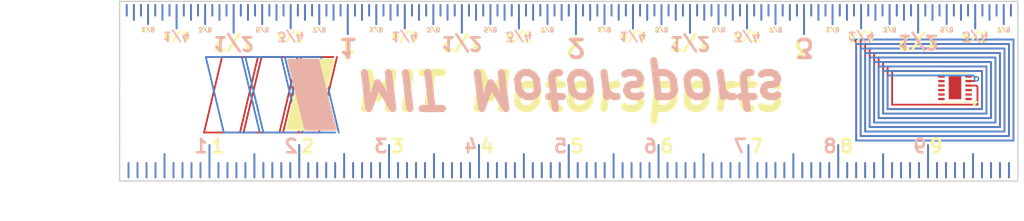
<source format=kicad_pcb>
(kicad_pcb (version 20240108) (generator "pcbnew") (generator_version "8.0")
  (layers (0 "F.Cu" signal) (31 "B.Cu" signal) (34 "B.Paste" user) (35 "F.Paste" user) (36 "B.SilkS" user "B.Silkscreen") (37 "F.SilkS" user "F.Silkscreen") (38 "B.Mask" user) (39 "F.Mask" user) (44 "Edge.Cuts" user))
  (net 0 "")
  (net 6 "Net-(U1-AC0)")
  (footprint "MountingHole:MountingHole_4.3mm_M4" (layer "F.Cu") (at 105 90)
    (property "Reference" "H1" (hide yes))
    (property "Value" "MountingHole")
  )
  (footprint "Package_DFN_QFN:ST_UFDFPN-12-1EP_3x3mm_P0.5mm_EP1.4x2.55mm" (layer "F.Cu") (at 193 89.625061 180)
    (property "Reference" "U1" (hide yes))
    (property "Value" "ST25DV04K-JFR6D3")
  )
  (gr_line (start 100 100) (end 100 100) (stroke (width 0.15)) (layer "Edge.Cuts"))
  (gr_line (start 100 89.5) (end 100 89.5) (stroke (width 0.15)) (layer "Edge.Cuts"))
  (gr_line (start 100 95) (end 100 95) (stroke (width 0.15)) (layer "Edge.Cuts"))
  (gr_line (start 100 100) (end 200 100) (stroke (width 0.15)) (layer "Edge.Cuts"))
  (gr_line (start 100 80) (end 200 80) (stroke (width 0.15)) (layer "Edge.Cuts"))
  (gr_line (start 100 80) (end 100 100) (stroke (width 0.15)) (layer "Edge.Cuts"))
  (gr_line (start 100 89.5) (end 100 89.5) (stroke (width 0.15)) (layer "Edge.Cuts"))
  (gr_line (start 200 80) (end 200 100) (stroke (width 0.15)) (layer "Edge.Cuts"))
  (gr_text "1" (at 124.28875 83.96875 180) (layer "B.SilkS") (effects (font (size 2 2) (thickness 0.4) (bold yes)) (justify left bottom mirror)))
  (gr_text "7/8" (at 121.43125 82.8575 180) (layer "B.SilkS") (effects (font (size 0.5 0.5) (thickness 0.1) (bold yes)) (justify left bottom mirror)))
  (gr_text "9" (at 190 97 -0) (layer "B.SilkS") (effects (font (size 1.5 1.5) (thickness 0.3) (bold yes)) (justify left bottom mirror)))
  (gr_text "3/4" (at 142.8625 83.33375 180) (layer "B.SilkS") (effects (font (size 1 1) (thickness 0.2) (bold yes)) (justify left bottom mirror)))
  (gr_text "1" (at 110 97 -0) (layer "B.SilkS") (effects (font (size 1.5 1.5) (thickness 0.3) (bold yes)) (justify left bottom mirror)))
  (gr_text "1/8" (at 127.78125 82.8575 180) (layer "B.SilkS") (effects (font (size 0.5 0.5) (thickness 0.1) (bold yes)) (justify left bottom mirror)))
  (gr_text "1/2" (at 161.11875 83.81 180) (layer "B.SilkS") (effects (font (size 1.5 1.5) (thickness 0.3) (bold yes)) (justify left bottom mirror)))
  (gr_text "7/8" (at 197.63125 82.8575 180) (layer "B.SilkS") (effects (font (size 0.5 0.5) (thickness 0.1) (bold yes)) (justify left bottom mirror)))
  (gr_text "5/8" (at 191.28125 82.8575 180) (layer "B.SilkS") (effects (font (size 0.5 0.5) (thickness 0.1) (bold yes)) (justify left bottom mirror)))
  (gr_text "3/4" (at 168.2625 83.33375 180) (layer "B.SilkS") (effects (font (size 1 1) (thickness 0.2) (bold yes)) (justify left bottom mirror)))
  (gr_text "1/2" (at 110.31875 83.81 180) (layer "B.SilkS") (effects (font (size 1.5 1.5) (thickness 0.3) (bold yes)) (justify left bottom mirror)))
  (gr_text "1/8" (at 102.38125 82.8575 180) (layer "B.SilkS") (effects (font (size 0.5 0.5) (thickness 0.1) (bold yes)) (justify left bottom mirror)))
  (gr_text "5/8" (at 115.08125 82.8575 180) (layer "B.SilkS") (effects (font (size 0.5 0.5) (thickness 0.1) (bold yes)) (justify left bottom mirror)))
  (gr_text "5/8" (at 165.88125 82.8575 180) (layer "B.SilkS") (effects (font (size 0.5 0.5) (thickness 0.1) (bold yes)) (justify left bottom mirror)))
  (gr_text "MIT Motorsports" (at 125.8 87.4 180) (layer "B.SilkS") (effects (font (size 4 4) (thickness 0.8) (bold yes) (italic yes)) (justify left bottom mirror)))
  (gr_text "7/8" (at 146.83125 82.8575 180) (layer "B.SilkS") (effects (font (size 0.5 0.5) (thickness 0.1) (bold yes)) (justify left bottom mirror)))
  (gr_text "1/8" (at 178.58125 82.8575 180) (layer "B.SilkS") (effects (font (size 0.5 0.5) (thickness 0.1) (bold yes)) (justify left bottom mirror)))
  (gr_text "1/2" (at 186.51875 83.65125 180) (layer "B.SilkS") (effects (font (size 1.5 1.5) (thickness 0.3) (bold yes)) (justify left bottom mirror)))
  (gr_text "1/4" (at 155.5625 83.33375 180) (layer "B.SilkS") (effects (font (size 1 1) (thickness 0.2) (bold yes)) (justify left bottom mirror)))
  (gr_text "5" (at 150 97 -0) (layer "B.SilkS") (effects (font (size 1.5 1.5) (thickness 0.3) (bold yes)) (justify left bottom mirror)))
  (gr_text "1/2" (at 135.71875 83.81 180) (layer "B.SilkS") (effects (font (size 1.5 1.5) (thickness 0.3) (bold yes)) (justify left bottom mirror)))
  (gr_text "7/8" (at 172.23125 82.8575 180) (layer "B.SilkS") (effects (font (size 0.5 0.5) (thickness 0.1) (bold yes)) (justify left bottom mirror)))
  (gr_text "3/8" (at 134.13125 82.8575 180) (layer "B.SilkS") (effects (font (size 0.5 0.5) (thickness 0.1) (bold yes)) (justify left bottom mirror)))
  (gr_text "3/8" (at 184.93125 82.8575 180) (layer "B.SilkS") (effects (font (size 0.5 0.5) (thickness 0.1) (bold yes)) (justify left bottom mirror)))
  (gr_text "3/4" (at 117.4625 83.33375 180) (layer "B.SilkS") (effects (font (size 1 1) (thickness 0.2) (bold yes)) (justify left bottom mirror)))
  (gr_text "1/4" (at 130.1625 83.33375 180) (layer "B.SilkS") (effects (font (size 1 1) (thickness 0.2) (bold yes)) (justify left bottom mirror)))
  (gr_text "3/8" (at 108.73125 82.8575 180) (layer "B.SilkS") (effects (font (size 0.5 0.5) (thickness 0.1) (bold yes)) (justify left bottom mirror)))
  (gr_text "1/8" (at 153.18125 82.8575 180) (layer "B.SilkS") (effects (font (size 0.5 0.5) (thickness 0.1) (bold yes)) (justify left bottom mirror)))
  (gr_text "7" (at 170 97 -0) (layer "B.SilkS") (effects (font (size 1.5 1.5) (thickness 0.3) (bold yes)) (justify left bottom mirror)))
  (gr_text "6" (at 160 97 -0) (layer "B.SilkS") (effects (font (size 1.5 1.5) (thickness 0.3) (bold yes)) (justify left bottom mirror)))
  (gr_text "8" (at 180 97 -0) (layer "B.SilkS") (effects (font (size 1.5 1.5) (thickness 0.3) (bold yes)) (justify left bottom mirror)))
  (gr_text "4" (at 140 97 -0) (layer "B.SilkS") (effects (font (size 1.5 1.5) (thickness 0.3) (bold yes)) (justify left bottom mirror)))
  (gr_text "2" (at 149.68875 83.96875 180) (layer "B.SilkS") (effects (font (size 2 2) (thickness 0.4) (bold yes)) (justify left bottom mirror)))
  (gr_text "5/8" (at 140.48125 82.8575 180) (layer "B.SilkS") (effects (font (size 0.5 0.5) (thickness 0.1) (bold yes)) (justify left bottom mirror)))
  (gr_text "3" (at 175.08875 83.96875 180) (layer "B.SilkS") (effects (font (size 2 2) (thickness 0.4) (bold yes)) (justify left bottom mirror)))
  (gr_text "2" (at 120 97 -0) (layer "B.SilkS") (effects (font (size 1.5 1.5) (thickness 0.3) (bold yes)) (justify left bottom mirror)))
  (gr_text "1/4" (at 104.7625 83.33375 180) (layer "B.SilkS") (effects (font (size 1 1) (thickness 0.2) (bold yes)) (justify left bottom mirror)))
  (gr_text "1/4" (at 180.9625 83.33375 180) (layer "B.SilkS") (effects (font (size 1 1) (thickness 0.2) (bold yes)) (justify left bottom mirror)))
  (gr_text "3" (at 130 97 -0) (layer "B.SilkS") (effects (font (size 1.5 1.5) (thickness 0.3) (bold yes)) (justify left bottom mirror)))
  (gr_text "3/4" (at 193.6625 83.33375 180) (layer "B.SilkS") (effects (font (size 1 1) (thickness 0.2) (bold yes)) (justify left bottom mirror)))
  (gr_text "3/8" (at 159.53125 82.8575 180) (layer "B.SilkS") (effects (font (size 0.5 0.5) (thickness 0.1) (bold yes)) (justify left bottom mirror)))
  (gr_text "1/2" (at 191.28125 83.65125 180) (layer "F.SilkS") (effects (font (size 1.5 1.5) (thickness 0.3) (bold yes)) (justify left bottom)))
  (gr_text "3/8" (at 135.71875 82.8575 180) (layer "F.SilkS") (effects (font (size 0.5 0.5) (thickness 0.1) (bold yes)) (justify left bottom)))
  (gr_text "1/8" (at 154.76875 82.8575 180) (layer "F.SilkS") (effects (font (size 0.5 0.5) (thickness 0.1) (bold yes)) (justify left bottom)))
  (gr_text "1" (at 110 97 0) (layer "F.SilkS") (effects (font (size 1.5 1.5) (thickness 0.3) (bold yes)) (justify left bottom)))
  (gr_text "3/4" (at 171.4375 83.33375 180) (layer "F.SilkS") (effects (font (size 1 1) (thickness 0.2) (bold yes)) (justify left bottom)))
  (gr_text "5/8" (at 192.86875 82.8575 180) (layer "F.SilkS") (effects (font (size 0.5 0.5) (thickness 0.1) (bold yes)) (justify left bottom)))
  (gr_text "1/2" (at 115.08125 83.81 180) (layer "F.SilkS") (effects (font (size 1.5 1.5) (thickness 0.3) (bold yes)) (justify left bottom)))
  (gr_text "1/4" (at 107.9375 83.33375 180) (layer "F.SilkS") (effects (font (size 1 1) (thickness 0.2) (bold yes)) (justify left bottom)))
  (gr_text "1/8" (at 103.96875 82.8575 180) (layer "F.SilkS") (effects (font (size 0.5 0.5) (thickness 0.1) (bold yes)) (justify left bottom)))
  (gr_text "3/4" (at 196.8375 83.33375 180) (layer "F.SilkS") (effects (font (size 1 1) (thickness 0.2) (bold yes)) (justify left bottom)))
  (gr_text "1/2" (at 140.48125 83.81 180) (layer "F.SilkS") (effects (font (size 1.5 1.5) (thickness 0.3) (bold yes)) (justify left bottom)))
  (gr_text "3/8" (at 186.51875 82.8575 180) (layer "F.SilkS") (effects (font (size 0.5 0.5) (thickness 0.1) (bold yes)) (justify left bottom)))
  (gr_text "3" (at 177.31125 83.96875 180) (layer "F.SilkS") (effects (font (size 2 2) (thickness 0.4) (bold yes)) (justify left bottom)))
  (gr_text "6" (at 160 97 0) (layer "F.SilkS") (effects (font (size 1.5 1.5) (thickness 0.3) (bold yes)) (justify left bottom)))
  (gr_text "3/4" (at 120.6375 83.33375 180) (layer "F.SilkS") (effects (font (size 1 1) (thickness 0.2) (bold yes)) (justify left bottom)))
  (gr_text "8" (at 180 97 0) (layer "F.SilkS") (effects (font (size 1.5 1.5) (thickness 0.3) (bold yes)) (justify left bottom)))
  (gr_text "5" (at 150 97 0) (layer "F.SilkS") (effects (font (size 1.5 1.5) (thickness 0.3) (bold yes)) (justify left bottom)))
  (gr_text "1/8" (at 180.16875 82.8575 180) (layer "F.SilkS") (effects (font (size 0.5 0.5) (thickness 0.1) (bold yes)) (justify left bottom)))
  (gr_text "3/8" (at 161.11875 82.8575 180) (layer "F.SilkS") (effects (font (size 0.5 0.5) (thickness 0.1) (bold yes)) (justify left bottom)))
  (gr_text "1/4" (at 133.3375 83.33375 180) (layer "F.SilkS") (effects (font (size 1 1) (thickness 0.2) (bold yes)) (justify left bottom)))
  (gr_text "1/4" (at 158.7375 83.33375 180) (layer "F.SilkS") (effects (font (size 1 1) (thickness 0.2) (bold yes)) (justify left bottom)))
  (gr_text "2" (at 151.91125 83.96875 180) (layer "F.SilkS") (effects (font (size 2 2) (thickness 0.4) (bold yes)) (justify left bottom)))
  (gr_text "1" (at 126.51125 83.96875 180) (layer "F.SilkS") (effects (font (size 2 2) (thickness 0.4) (bold yes)) (justify left bottom)))
  (gr_text "5/8" (at 167.46875 82.8575 180) (layer "F.SilkS") (effects (font (size 0.5 0.5) (thickness 0.1) (bold yes)) (justify left bottom)))
  (gr_text "1/4" (at 184.1375 83.33375 180) (layer "F.SilkS") (effects (font (size 1 1) (thickness 0.2) (bold yes)) (justify left bottom)))
  (gr_text "1/2" (at 165.88125 83.81 180) (layer "F.SilkS") (effects (font (size 1.5 1.5) (thickness 0.3) (bold yes)) (justify left bottom)))
  (gr_text "7/8" (at 148.41875 82.8575 180) (layer "F.SilkS") (effects (font (size 0.5 0.5) (thickness 0.1) (bold yes)) (justify left bottom)))
  (gr_text "3/8" (at 110.31875 82.8575 180) (layer "F.SilkS") (effects (font (size 0.5 0.5) (thickness 0.1) (bold yes)) (justify left bottom)))
  (gr_text "3" (at 130 97 0) (layer "F.SilkS") (effects (font (size 1.5 1.5) (thickness 0.3) (bold yes)) (justify left bottom)))
  (gr_text "5/8" (at 116.66875 82.8575 180) (layer "F.SilkS") (effects (font (size 0.5 0.5) (thickness 0.1) (bold yes)) (justify left bottom)))
  (gr_text "1/8" (at 129.36875 82.8575 180) (layer "F.SilkS") (effects (font (size 0.5 0.5) (thickness 0.1) (bold yes)) (justify left bottom)))
  (gr_text "MIT Motorsports" (at 125.8 92.45 0) (layer "F.SilkS") (effects (font (size 4 4) (thickness 0.8) (bold yes) (italic yes)) (justify left bottom)))
  (gr_text "7/8" (at 199.21875 82.8575 180) (layer "F.SilkS") (effects (font (size 0.5 0.5) (thickness 0.1) (bold yes)) (justify left bottom)))
  (gr_text "7/8" (at 173.81875 82.8575 180) (layer "F.SilkS") (effects (font (size 0.5 0.5) (thickness 0.1) (bold yes)) (justify left bottom)))
  (gr_text "3/4" (at 146.0375 83.33375 180) (layer "F.SilkS") (effects (font (size 1 1) (thickness 0.2) (bold yes)) (justify left bottom)))
  (gr_text "7" (at 170 97 0) (layer "F.SilkS") (effects (font (size 1.5 1.5) (thickness 0.3) (bold yes)) (justify left bottom)))
  (gr_text "9" (at 190 97 0) (layer "F.SilkS") (effects (font (size 1.5 1.5) (thickness 0.3) (bold yes)) (justify left bottom)))
  (gr_text "7/8" (at 123.01875 82.8575 180) (layer "F.SilkS") (effects (font (size 0.5 0.5) (thickness 0.1) (bold yes)) (justify left bottom)))
  (gr_text "2" (at 120 97 0) (layer "F.SilkS") (effects (font (size 1.5 1.5) (thickness 0.3) (bold yes)) (justify left bottom)))
  (gr_text "4" (at 140 97 0) (layer "F.SilkS") (effects (font (size 1.5 1.5) (thickness 0.3) (bold yes)) (justify left bottom)))
  (gr_text "5/8" (at 142.06875 82.8575 180) (layer "F.SilkS") (effects (font (size 0.5 0.5) (thickness 0.1) (bold yes)) (justify left bottom)))
  (segment (start 174 98) (end 174 99.6) (width 0.2) (layer "F.Cu") (net 0))
  (segment (start 172.23125 81.5875) (end 172.23125 80.4) (width 0.2) (layer "F.Cu") (net 0))
  (segment (start 116 98) (end 116 99.6) (width 0.2) (layer "F.Cu") (net 0))
  (segment (start 130 96) (end 130 99.6) (width 0.2) (layer "F.Cu") (net 0))
  (segment (start 151.59375 81.5875) (end 151.59375 80.4) (width 0.2) (layer "F.Cu") (net 0))
  (segment (start 152 98) (end 152 99.6) (width 0.2) (layer "F.Cu") (net 0))
  (segment (start 161.9125 82.06375) (end 161.9125 80.4) (width 0.2) (layer "F.Cu") (net 0))
  (segment (start 111.4 86.2) (end 115 86.2) (width 0.2) (layer "F.Cu") (net 0))
  (segment (start 120.2 86.2) (end 123.8 86.2) (width 0.2) (layer "F.Cu") (net 0))
  (segment (start 196.8375 82.06375) (end 196.8375 80.4) (width 0.2) (layer "F.Cu") (net 0))
  (segment (start 162.70625 81.5875) (end 162.70625 80.4) (width 0.2) (layer "F.Cu") (net 0))
  (segment (start 146.83125 81.5875) (end 146.83125 80.4) (width 0.2) (layer "F.Cu") (net 0))
  (segment (start 126.19375 81.5875) (end 126.19375 80.4) (width 0.2) (layer "F.Cu") (net 0))
  (segment (start 188 98) (end 188 99.6) (width 0.2) (layer "F.Cu") (net 0))
  (segment (start 188.10625 81.5875) (end 188.10625 80.4) (width 0.2) (layer "F.Cu") (net 0))
  (segment (start 163.5 83.4925) (end 163.5 80.4) (width 0.2) (layer "F.Cu") (net 0))
  (segment (start 136.5125 82.06375) (end 136.5125 80.4) (width 0.2) (layer "F.Cu") (net 0))
  (segment (start 171 98) (end 171 99.6) (width 0.2) (layer "F.Cu") (net 0))
  (segment (start 165 97) (end 165 99.6) (width 0.2) (layer "F.Cu") (net 0))
  (segment (start 118.25625 81.5875) (end 118.25625 80.4) (width 0.2) (layer "F.Cu") (net 0))
  (segment (start 162 98) (end 162 99.6) (width 0.2) (layer "F.Cu") (net 0))
  (segment (start 168.2625 82.06375) (end 168.2625 80.4) (width 0.2) (layer "F.Cu") (net 0))
  (segment (start 149.2125 82.06375) (end 149.2125 80.4) (width 0.2) (layer "F.Cu") (net 0))
  (segment (start 159 98) (end 159 99.6) (width 0.2) (layer "F.Cu") (net 0))
  (segment (start 180.9625 82.06375) (end 180.9625 80.4) (width 0.2) (layer "F.Cu") (net 0))
  (segment (start 193 98) (end 193 99.6) (width 0.2) (layer "F.Cu") (net 0))
  (segment (start 191 98) (end 191 99.6) (width 0.2) (layer "F.Cu") (net 0))
  (segment (start 144 98) (end 144 99.6) (width 0.2) (layer "F.Cu") (net 0))
  (segment (start 176.99375 81.5875) (end 176.99375 80.4) (width 0.2) (layer "F.Cu") (net 0))
  (segment (start 142.06875 81.5875) (end 142.06875 80.4) (width 0.2) (layer "F.Cu") (net 0))
  (segment (start 113.49375 81.5875) (end 113.49375 80.4) (width 0.2) (layer "F.Cu") (net 0))
  (segment (start 140 96) (end 140 99.6) (width 0.2) (layer "F.Cu") (net 0))
  (segment (start 102 98) (end 102 99.6) (width 0.2) (layer "F.Cu") (net 0))
  (segment (start 109.525 82.54) (end 109.525 80.4) (width 0.2) (layer "F.Cu") (net 0))
  (segment (start 173.025 82.54) (end 173.025 80.4) (width 0.2) (layer "F.Cu") (net 0))
  (segment (start 193.6625 82.06375) (end 193.6625 80.4) (width 0.2) (layer "F.Cu") (net 0))
  (segment (start 119.84375 81.5875) (end 119.84375 80.4) (width 0.2) (layer "F.Cu") (net 0))
  (segment (start 118.2 94.6) (end 120.2 86.2) (width 0.2) (layer "F.Cu") (net 0))
  (segment (start 118.2 94.6) (end 122.2 94.6) (width 0.2) (layer "F.Cu") (net 0))
  (segment (start 141.275 82.54) (end 141.275 80.4) (width 0.2) (layer "F.Cu") (net 0))
  (segment (start 110 96) (end 110 99.6) (width 0.2) (layer "F.Cu") (net 0))
  (segment (start 123.8125 82.06375) (end 123.8125 80.4) (width 0.2) (layer "F.Cu") (net 0))
  (segment (start 157.94375 81.5875) (end 157.94375 80.4) (width 0.2) (layer "F.Cu") (net 0))
  (segment (start 104 98) (end 104 99.6) (width 0.2) (layer "F.Cu") (net 0))
  (segment (start 100.79375 81.5875) (end 100.79375 80.4) (width 0.2) (layer "F.Cu") (net 0))
  (segment (start 126 98) (end 126 99.6) (width 0.2) (layer "F.Cu") (net 0))
  (segment (start 133 98) (end 133 99.6) (width 0.2) (layer "F.Cu") (net 0))
  (segment (start 149 98) (end 149 99.6) (width 0.2) (layer "F.Cu") (net 0))
  (segment (start 167.46875 81.5875) (end 167.46875 80.4) (width 0.2) (layer "F.Cu") (net 0))
  (segment (start 137.30625 81.5875) (end 137.30625 80.4) (width 0.2) (layer "F.Cu") (net 0))
  (segment (start 161.11875 81.5875) (end 161.11875 80.4) (width 0.2) (layer "F.Cu") (net 0))
  (segment (start 145.24375 81.5875) (end 145.24375 80.4) (width 0.2) (layer "F.Cu") (net 0))
  (segment (start 105.55625 81.5875) (end 105.55625 80.4) (width 0.2) (layer "F.Cu") (net 0))
  (segment (start 181.75625 81.5875) (end 181.75625 80.4) (width 0.2) (layer "F.Cu") (net 0))
  (segment (start 129 98) (end 129 99.6) (width 0.2) (layer "F.Cu") (net 0))
  (segment (start 115.8 86.2) (end 119.4 86.2) (width 0.2) (layer "F.Cu") (net 0))
  (segment (start 132 98) (end 132 99.6) (width 0.2) (layer "F.Cu") (net 0))
  (segment (start 170.64375 81.5875) (end 170.64375 80.4) (width 0.2) (layer "F.Cu") (net 0))
  (segment (start 156.35625 81.5875) (end 156.35625 80.4) (width 0.2) (layer "F.Cu") (net 0))
  (segment (start 189.69375 81.5875) (end 189.69375 80.4) (width 0.2) (layer "F.Cu") (net 0))
  (segment (start 132.54375 81.5875) (end 132.54375 80.4) (width 0.2) (layer "F.Cu") (net 0))
  (segment (start 117 98) (end 117 99.6) (width 0.2) (layer "F.Cu") (net 0))
  (segment (start 125.4 83.65125) (end 125.4 80.4) (width 0.2) (layer "F.Cu") (net 0))
  (segment (start 161 98) (end 161 99.6) (width 0.2) (layer "F.Cu") (net 0))
  (segment (start 143.65625 81.5875) (end 143.65625 80.4) (width 0.2) (layer "F.Cu") (net 0))
  (segment (start 146 98) (end 146 99.6) (width 0.2) (layer "F.Cu") (net 0))
  (segment (start 109.4 94.6) (end 113.4 94.6) (width 0.2) (layer "F.Cu") (net 0))
  (segment (start 122.225 82.54) (end 122.225 80.4) (width 0.2) (layer "F.Cu") (net 0))
  (segment (start 105 97) (end 105 99.6) (width 0.2) (layer "F.Cu") (net 0))
  (segment (start 109.4 94.6) (end 111.4 86.2) (width 0.2) (layer "F.Cu") (net 0))
  (segment (start 138.1 83.4925) (end 138.1 80.4) (width 0.2) (layer "F.Cu") (net 0))
  (segment (start 183 98) (end 183 99.6) (width 0.2) (layer "F.Cu") (net 0))
  (segment (start 192.86875 81.5875) (end 192.86875 80.4) (width 0.2) (layer "F.Cu") (net 0))
  (segment (start 178 98) (end 178 99.6) (width 0.2) (layer "F.Cu") (net 0))
  (segment (start 137 98) (end 137 99.6) (width 0.2) (layer "F.Cu") (net 0))
  (segment (start 159.53125 81.5875) (end 159.53125 80.4) (width 0.2) (layer "F.Cu") (net 0))
  (segment (start 166.675 82.54) (end 166.675 80.4) (width 0.2) (layer "F.Cu") (net 0))
  (segment (start 184.93125 81.5875) (end 184.93125 80.4) (width 0.2) (layer "F.Cu") (net 0))
  (segment (start 103.175 82.54) (end 103.175 80.4) (width 0.2) (layer "F.Cu") (net 0))
  (segment (start 190.4875 82.06375) (end 190.4875 80.4) (width 0.2) (layer "F.Cu") (net 0))
  (segment (start 108 98) (end 108 99.6) (width 0.2) (layer "F.Cu") (net 0))
  (segment (start 115.875 82.54) (end 115.875 80.4) (width 0.2) (layer "F.Cu") (net 0))
  (segment (start 194.45625 81.5875) (end 194.45625 80.4) (width 0.2) (layer "F.Cu") (net 0))
  (segment (start 114 98) (end 114 99.6) (width 0.2) (layer "F.Cu") (net 0))
  (segment (start 119 98) (end 119 99.6) (width 0.2) (layer "F.Cu") (net 0))
  (segment (start 173.81875 81.5875) (end 173.81875 80.4) (width 0.2) (layer "F.Cu") (net 0))
  (segment (start 184.1375 82.06375) (end 184.1375 80.4) (width 0.2) (layer "F.Cu") (net 0))
  (segment (start 155 97) (end 155 99.6) (width 0.2) (layer "F.Cu") (net 0))
  (segment (start 139.6875 82.06375) (end 139.6875 80.4) (width 0.2) (layer "F.Cu") (net 0))
  (segment (start 167 98) (end 167 99.6) (width 0.2) (layer "F.Cu") (net 0))
  (segment (start 128 98) (end 128 99.6) (width 0.2) (layer "F.Cu") (net 0))
  (segment (start 113.8 94.6) (end 115.8 86.2) (width 0.2) (layer "F.Cu") (net 0))
  (segment (start 121.43125 81.5875) (end 121.43125 80.4) (width 0.2) (layer "F.Cu") (net 0))
  (segment (start 150.00625 81.5875) (end 150.00625 80.4) (width 0.2) (layer "F.Cu") (net 0))
  (segment (start 169.85 83.01625) (end 169.85 80.4) (width 0.2) (layer "F.Cu") (net 0))
  (segment (start 153.975 82.54) (end 153.975 80.4) (width 0.2) (layer "F.Cu") (net 0))
  (segment (start 111 98) (end 111 99.6) (width 0.2) (layer "F.Cu") (net 0))
  (segment (start 188.9 83.4925) (end 188.9 80.4) (width 0.2) (layer "F.Cu") (net 0))
  (segment (start 115 97) (end 115 99.6) (width 0.2) (layer "F.Cu") (net 0))
  (segment (start 138 98) (end 138 99.6) (width 0.2) (layer "F.Cu") (net 0))
  (segment (start 133.3375 82.06375) (end 133.3375 80.4) (width 0.2) (layer "F.Cu") (net 0))
  (segment (start 142.8625 82.06375) (end 142.8625 80.4) (width 0.2) (layer "F.Cu") (net 0))
  (segment (start 181 98) (end 181 99.6) (width 0.2) (layer "F.Cu") (net 0))
  (segment (start 125 97) (end 125 99.6) (width 0.2) (layer "F.Cu") (net 0))
  (segment (start 152.3875 82.06375) (end 152.3875 80.4) (width 0.2) (layer "F.Cu") (net 0))
  (segment (start 175.40625 81.5875) (end 175.40625 80.4) (width 0.2) (layer "F.Cu") (net 0))
  (segment (start 102.38125 81.5875) (end 102.38125 80.4) (width 0.2) (layer "F.Cu") (net 0))
  (segment (start 186 98) (end 186 99.6) (width 0.2) (layer "F.Cu") (net 0))
  (segment (start 174.6125 82.06375) (end 174.6125 80.4) (width 0.2) (layer "F.Cu") (net 0))
  (segment (start 157 98) (end 157 99.6) (width 0.2) (layer "F.Cu") (net 0))
  (segment (start 112 98) (end 112 99.6) (width 0.2) (layer "F.Cu") (net 0))
  (segment (start 129.36875 81.5875) (end 129.36875 80.4) (width 0.2) (layer "F.Cu") (net 0))
  (segment (start 139 98) (end 139 99.6) (width 0.2) (layer "F.Cu") (net 0))
  (segment (start 146.0375 82.06375) (end 146.0375 80.4) (width 0.2) (layer "F.Cu") (net 0))
  (segment (start 111.1125 82.06375) (end 111.1125 80.4) (width 0.2) (layer "F.Cu") (net 0))
  (segment (start 113.4 94.6) (end 115.4 86.2) (width 0.2) (layer "F.Cu") (net 0))
  (segment (start 144.45 83.01625) (end 144.45 80.4) (width 0.2) (layer "F.Cu") (net 0))
  (segment (start 119.05 83.01625) (end 119.05 80.4) (width 0.2) (layer "F.Cu") (net 0))
  (segment (start 107.9375 82.06375) (end 107.9375 80.4) (width 0.2) (layer "F.Cu") (net 0))
  (segment (start 173 98) (end 173 99.6) (width 0.2) (layer "F.Cu") (net 0))
  (segment (start 169 98) (end 169 99.6) (width 0.2) (layer "F.Cu") (net 0))
  (segment (start 143 98) (end 143 99.6) (width 0.2) (layer "F.Cu") (net 0))
  (segment (start 147.625 82.54) (end 147.625 80.4) (width 0.2) (layer "F.Cu") (net 0))
  (segment (start 127.78125 81.5875) (end 127.78125 80.4) (width 0.2) (layer "F.Cu") (net 0))
  (segment (start 130.95625 81.5875) (end 130.95625 80.4) (width 0.2) (layer "F.Cu") (net 0))
  (segment (start 131.75 83.01625) (end 131.75 80.4) (width 0.2) (layer "F.Cu") (net 0))
  (segment (start 176 98) (end 176 99.6) (width 0.2) (layer "F.Cu") (net 0))
  (segment (start 153.18125 81.5875) (end 153.18125 80.4) (width 0.2) (layer "F.Cu") (net 0))
  (segment (start 111.90625 81.5875) (end 111.90625 80.4) (width 0.2) (layer "F.Cu") (net 0))
  (segment (start 189 98) (end 189 99.6) (width 0.2) (layer "F.Cu") (net 0))
  (segment (start 135 97) (end 135 99.6) (width 0.2) (layer "F.Cu") (net 0))
  (segment (start 158.7375 82.06375) (end 158.7375 80.4) (width 0.2) (layer "F.Cu") (net 0))
  (segment (start 160.325 82.54) (end 160.325 80.4) (width 0.2) (layer "F.Cu") (net 0))
  (segment (start 120.6375 82.06375) (end 120.6375 80.4) (width 0.2) (layer "F.Cu") (net 0))
  (segment (start 114.2875 82.06375) (end 114.2875 80.4) (width 0.2) (layer "F.Cu") (net 0))
  (segment (start 140.48125 81.5875) (end 140.48125 80.4) (width 0.2) (layer "F.Cu") (net 0))
  (segment (start 131 98) (end 131 99.6) (width 0.2) (layer "F.Cu") (net 0))
  (segment (start 186.51875 81.5875) (end 186.51875 80.4) (width 0.2) (layer "F.Cu") (net 0))
  (segment (start 176.2 83.65125) (end 176.2 80.4) (width 0.2) (layer "F.Cu") (net 0))
  (segment (start 122.2 94.6) (end 124.2 86.2) (width 0.2) (layer "F.Cu") (net 0))
  (segment (start 118 98) (end 118 99.6) (width 0.2) (layer "F.Cu") (net 0))
  (segment (start 165.0875 82.06375) (end 165.0875 80.4) (width 0.2) (layer "F.Cu") (net 0))
  (segment (start 190 96) (end 190 99.6) (width 0.2) (layer "F.Cu") (net 0))
  (segment (start 183.34375 81.5875) (end 183.34375 80.4) (width 0.2) (layer "F.Cu") (net 0))
  (segment (start 148.41875 81.5875) (end 148.41875 80.4) (width 0.2) (layer "F.Cu") (net 0))
  (segment (start 197 98) (end 197 99.6) (width 0.2) (layer "F.Cu") (net 0))
  (segment (start 109 98) (end 109 99.6) (width 0.2) (layer "F.Cu") (net 0))
  (segment (start 155.5625 82.06375) (end 155.5625 80.4) (width 0.2) (layer "F.Cu") (net 0))
  (segment (start 123 98) (end 123 99.6) (width 0.2) (layer "F.Cu") (net 0))
  (segment (start 180.16875 81.5875) (end 180.16875 80.4) (width 0.2) (layer "F.Cu") (net 0))
  (segment (start 150 96) (end 150 99.6) (width 0.2) (layer "F.Cu") (net 0))
  (segment (start 113.8 94.6) (end 117.8 94.6) (width 0.2) (layer "F.Cu") (net 0))
  (segment (start 134 98) (end 134 99.6) (width 0.2) (layer "F.Cu") (net 0))
  (segment (start 107 98) (end 107 99.6) (width 0.2) (layer "F.Cu") (net 0))
  (segment (start 195 97) (end 195 99.6) (width 0.2) (layer "F.Cu") (net 0))
  (segment (start 191.28125 81.5875) (end 191.28125 80.4) (width 0.2) (layer "F.Cu") (net 0))
  (segment (start 171.4375 82.06375) (end 171.4375 80.4) (width 0.2) (layer "F.Cu") (net 0))
  (segment (start 187 98) (end 187 99.6) (width 0.2) (layer "F.Cu") (net 0))
  (segment (start 122 98) (end 122 99.6) (width 0.2) (layer "F.Cu") (net 0))
  (segment (start 150.8 83.65125) (end 150.8 80.4) (width 0.2) (layer "F.Cu") (net 0))
  (segment (start 126.9875 82.06375) (end 126.9875 80.4) (width 0.2) (layer "F.Cu") (net 0))
  (segment (start 192 98) (end 192 99.6) (width 0.2) (layer "F.Cu") (net 0))
  (segment (start 108.73125 81.5875) (end 108.73125 80.4) (width 0.2) (layer "F.Cu") (net 0))
  (segment (start 158 98) (end 158 99.6) (width 0.2) (layer "F.Cu") (net 0))
  (segment (start 198 98) (end 198 99.6) (width 0.2) (layer "F.Cu") (net 0))
  (segment (start 134.925 82.54) (end 134.925 80.4) (width 0.2) (layer "F.Cu") (net 0))
  (segment (start 165.88125 81.5875) (end 165.88125 80.4) (width 0.2) (layer "F.Cu") (net 0))
  (segment (start 196.04375 81.5875) (end 196.04375 80.4) (width 0.2) (layer "F.Cu") (net 0))
  (segment (start 142 98) (end 142 99.6) (width 0.2) (layer "F.Cu") (net 0))
  (segment (start 120 96) (end 120 99.6) (width 0.2) (layer "F.Cu") (net 0))
  (segment (start 177 98) (end 177 99.6) (width 0.2) (layer "F.Cu") (net 0))
  (segment (start 130.1625 82.06375) (end 130.1625 80.4) (width 0.2) (layer "F.Cu") (net 0))
  (segment (start 182 98) (end 182 99.6) (width 0.2) (layer "F.Cu") (net 0))
  (segment (start 199.21875 81.5875) (end 199.21875 80.4) (width 0.2) (layer "F.Cu") (net 0))
  (segment (start 103 98) (end 103 99.6) (width 0.2) (layer "F.Cu") (net 0))
  (segment (start 145 97) (end 145 99.6) (width 0.2) (layer "F.Cu") (net 0))
  (segment (start 168 98) (end 168 99.6) (width 0.2) (layer "F.Cu") (net 0))
  (segment (start 196 98) (end 196 99.6) (width 0.2) (layer "F.Cu") (net 0))
  (segment (start 107.14375 81.5875) (end 107.14375 80.4) (width 0.2) (layer "F.Cu") (net 0))
  (segment (start 199 98) (end 199 99.6) (width 0.2) (layer "F.Cu") (net 0))
  (segment (start 175 97) (end 175 99.6) (width 0.2) (layer "F.Cu") (net 0))
  (segment (start 179.375 82.54) (end 179.375 80.4) (width 0.2) (layer "F.Cu") (net 0))
  (segment (start 164 98) (end 164 99.6) (width 0.2) (layer "F.Cu") (net 0))
  (segment (start 134.13125 81.5875) (end 134.13125 80.4) (width 0.2) (layer "F.Cu") (net 0))
  (segment (start 101 98) (end 101 99.6) (width 0.2) (layer "F.Cu") (net 0))
  (segment (start 170 96) (end 170 99.6) (width 0.2) (layer "F.Cu") (net 0))
  (segment (start 154.76875 81.5875) (end 154.76875 80.4) (width 0.2) (layer "F.Cu") (net 0))
  (segment (start 116.66875 81.5875) (end 116.66875 80.4) (width 0.2) (layer "F.Cu") (net 0))
  (segment (start 104.7625 82.06375) (end 104.7625 80.4) (width 0.2) (layer "F.Cu") (net 0))
  (segment (start 187.3125 82.06375) (end 187.3125 80.4) (width 0.2) (layer "F.Cu") (net 0))
  (segment (start 194 98) (end 194 99.6) (width 0.2) (layer "F.Cu") (net 0))
  (segment (start 106 98) (end 106 99.6) (width 0.2) (layer "F.Cu") (net 0))
  (segment (start 115.08125 81.5875) (end 115.08125 80.4) (width 0.2) (layer "F.Cu") (net 0))
  (segment (start 164.29375 81.5875) (end 164.29375 80.4) (width 0.2) (layer "F.Cu") (net 0))
  (segment (start 138.89375 81.5875) (end 138.89375 80.4) (width 0.2) (layer "F.Cu") (net 0))
  (segment (start 184 98) (end 184 99.6) (width 0.2) (layer "F.Cu") (net 0))
  (segment (start 117.4625 82.06375) (end 117.4625 80.4) (width 0.2) (layer "F.Cu") (net 0))
  (segment (start 113 98) (end 113 99.6) (width 0.2) (layer "F.Cu") (net 0))
  (segment (start 151 98) (end 151 99.6) (width 0.2) (layer "F.Cu") (net 0))
  (segment (start 179 98) (end 179 99.6) (width 0.2) (layer "F.Cu") (net 0))
  (segment (start 117.8 94.6) (end 119.8 86.2) (width 0.2) (layer "F.Cu") (net 0))
  (segment (start 198.425 82.54) (end 198.425 80.4) (width 0.2) (layer "F.Cu") (net 0))
  (segment (start 154 98) (end 154 99.6) (width 0.2) (layer "F.Cu") (net 0))
  (segment (start 163 98) (end 163 99.6) (width 0.2) (layer "F.Cu") (net 0))
  (segment (start 135.71875 81.5875) (end 135.71875 80.4) (width 0.2) (layer "F.Cu") (net 0))
  (segment (start 101.5875 82.06375) (end 101.5875 80.4) (width 0.2) (layer "F.Cu") (net 0))
  (segment (start 121 98) (end 121 99.6) (width 0.2) (layer "F.Cu") (net 0))
  (segment (start 166 98) (end 166 99.6) (width 0.2) (layer "F.Cu") (net 0))
  (segment (start 160 96) (end 160 99.6) (width 0.2) (layer "F.Cu") (net 0))
  (segment (start 110.31875 81.5875) (end 110.31875 80.4) (width 0.2) (layer "F.Cu") (net 0))
  (segment (start 124.60625 81.5875) (end 124.60625 80.4) (width 0.2) (layer "F.Cu") (net 0))
  (segment (start 123.01875 81.5875) (end 123.01875 80.4) (width 0.2) (layer "F.Cu") (net 0))
  (segment (start 141 98) (end 141 99.6) (width 0.2) (layer "F.Cu") (net 0))
  (segment (start 185.725 82.54) (end 185.725 80.4) (width 0.2) (layer "F.Cu") (net 0))
  (segment (start 124 98) (end 124 99.6) (width 0.2) (layer "F.Cu") (net 0))
  (segment (start 172 98) (end 172 99.6) (width 0.2) (layer "F.Cu") (net 0))
  (segment (start 182.55 83.01625) (end 182.55 80.4) (width 0.2) (layer "F.Cu") (net 0))
  (segment (start 178.58125 81.5875) (end 178.58125 80.4) (width 0.2) (layer "F.Cu") (net 0))
  (segment (start 192.075 82.54) (end 192.075 80.4) (width 0.2) (layer "F.Cu") (net 0))
  (segment (start 128.575 82.54) (end 128.575 80.4) (width 0.2) (layer "F.Cu") (net 0))
  (segment (start 112.7 83.4925) (end 112.7 80.4) (width 0.2) (layer "F.Cu") (net 0))
  (segment (start 157.15 83.01625) (end 157.15 80.4) (width 0.2) (layer "F.Cu") (net 0))
  (segment (start 156 98) (end 156 99.6) (width 0.2) (layer "F.Cu") (net 0))
  (segment (start 185 97) (end 185 99.6) (width 0.2) (layer "F.Cu") (net 0))
  (segment (start 197.63125 81.5875) (end 197.63125 80.4) (width 0.2) (layer "F.Cu") (net 0))
  (segment (start 103.96875 81.5875) (end 103.96875 80.4) (width 0.2) (layer "F.Cu") (net 0))
  (segment (start 180 96) (end 180 99.6) (width 0.2) (layer "F.Cu") (net 0))
  (segment (start 153 98) (end 153 99.6) (width 0.2) (layer "F.Cu") (net 0))
  (segment (start 169.05625 81.5875) (end 169.05625 80.4) (width 0.2) (layer "F.Cu") (net 0))
  (segment (start 147 98) (end 147 99.6) (width 0.2) (layer "F.Cu") (net 0))
  (segment (start 148 98) (end 148 99.6) (width 0.2) (layer "F.Cu") (net 0))
  (segment (start 177.7875 82.06375) (end 177.7875 80.4) (width 0.2) (layer "F.Cu") (net 0))
  (segment (start 195.25 83.01625) (end 195.25 80.4) (width 0.2) (layer "F.Cu") (net 0))
  (segment (start 136 98) (end 136 99.6) (width 0.2) (layer "F.Cu") (net 0))
  (segment (start 127 98) (end 127 99.6) (width 0.2) (layer "F.Cu") (net 0))
  (segment (start 106.35 83.01625) (end 106.35 80.4) (width 0.2) (layer "F.Cu") (net 0))
  (segment (start 116.66875 81.5875) (end 116.66875 80.4) (width 0.2) (layer "B.Cu") (net 0))
  (segment (start 120 96) (end 120 99.6) (width 0.2) (layer "B.Cu") (net 0))
  (segment (start 192.075 82.54) (end 192.075 80.4) (width 0.2) (layer "B.Cu") (net 0))
  (segment (start 197.63125 81.5875) (end 197.63125 80.4) (width 0.2) (layer "B.Cu") (net 0))
  (segment (start 135.71875 81.5875) (end 135.71875 80.4) (width 0.2) (layer "B.Cu") (net 0))
  (segment (start 195 97) (end 195 99.6) (width 0.2) (layer "B.Cu") (net 0))
  (segment (start 110 96) (end 110 99.6) (width 0.2) (layer "B.Cu") (net 0))
  (segment (start 142.8625 82.06375) (end 142.8625 80.4) (width 0.2) (layer "B.Cu") (net 0))
  (segment (start 143.65625 81.5875) (end 143.65625 80.4) (width 0.2) (layer "B.Cu") (net 0))
  (segment (start 130.95625 81.5875) (end 130.95625 80.4) (width 0.2) (layer "B.Cu") (net 0))
  (segment (start 186.51875 81.5875) (end 186.51875 80.4) (width 0.2) (layer "B.Cu") (net 0))
  (segment (start 153.18125 81.5875) (end 153.18125 80.4) (width 0.2) (layer "B.Cu") (net 0))
  (segment (start 102 98) (end 102 99.6) (width 0.2) (layer "B.Cu") (net 0))
  (segment (start 130 96) (end 130 99.6) (width 0.2) (layer "B.Cu") (net 0))
  (segment (start 152 98) (end 152 99.6) (width 0.2) (layer "B.Cu") (net 0))
  (segment (start 141.275 82.54) (end 141.275 80.4) (width 0.2) (layer "B.Cu") (net 0))
  (segment (start 139 98) (end 139 99.6) (width 0.2) (layer "B.Cu") (net 0))
  (segment (start 165 97) (end 165 99.6) (width 0.2) (layer "B.Cu") (net 0))
  (segment (start 194.45625 81.5875) (end 194.45625 80.4) (width 0.2) (layer "B.Cu") (net 0))
  (segment (start 110.31875 81.5875) (end 110.31875 80.4) (width 0.2) (layer "B.Cu") (net 0))
  (segment (start 119.05 83.01625) (end 119.05 80.4) (width 0.2) (layer "B.Cu") (net 0))
  (segment (start 144 98) (end 144 99.6) (width 0.2) (layer "B.Cu") (net 0))
  (segment (start 176.99375 81.5875) (end 176.99375 80.4) (width 0.2) (layer "B.Cu") (net 0))
  (segment (start 189.69375 81.5875) (end 189.69375 80.4) (width 0.2) (layer "B.Cu") (net 0))
  (segment (start 133 98) (end 133 99.6) (width 0.2) (layer "B.Cu") (net 0))
  (segment (start 171 98) (end 171 99.6) (width 0.2) (layer "B.Cu") (net 0))
  (segment (start 113.49375 81.5875) (end 113.49375 80.4) (width 0.2) (layer "B.Cu") (net 0))
  (segment (start 111.1125 82.06375) (end 111.1125 80.4) (width 0.2) (layer "B.Cu") (net 0))
  (segment (start 185.725 82.54) (end 185.725 80.4) (width 0.2) (layer "B.Cu") (net 0))
  (segment (start 115.6 94.6) (end 113.6 86.2) (width 0.2) (layer "B.Cu") (net 0))
  (segment (start 147.625 82.54) (end 147.625 80.4) (width 0.2) (layer "B.Cu") (net 0))
  (segment (start 192.86875 81.5875) (end 192.86875 80.4) (width 0.2) (layer "B.Cu") (net 0))
  (segment (start 142.06875 81.5875) (end 142.06875 80.4) (width 0.2) (layer "B.Cu") (net 0))
  (segment (start 120 94.6) (end 118 86.2) (width 0.2) (layer "B.Cu") (net 0))
  (segment (start 129 98) (end 129 99.6) (width 0.2) (layer "B.Cu") (net 0))
  (segment (start 197 98) (end 197 99.6) (width 0.2) (layer "B.Cu") (net 0))
  (segment (start 134 98) (end 134 99.6) (width 0.2) (layer "B.Cu") (net 0))
  (segment (start 147 98) (end 147 99.6) (width 0.2) (layer "B.Cu") (net 0))
  (segment (start 118 98) (end 118 99.6) (width 0.2) (layer "B.Cu") (net 0))
  (segment (start 172.23125 81.5875) (end 172.23125 80.4) (width 0.2) (layer "B.Cu") (net 0))
  (segment (start 155.5625 82.06375) (end 155.5625 80.4) (width 0.2) (layer "B.Cu") (net 0))
  (segment (start 175.40625 81.5875) (end 175.40625 80.4) (width 0.2) (layer "B.Cu") (net 0))
  (segment (start 164 98) (end 164 99.6) (width 0.2) (layer "B.Cu") (net 0))
  (segment (start 187.3125 82.06375) (end 187.3125 80.4) (width 0.2) (layer "B.Cu") (net 0))
  (segment (start 190.4875 82.06375) (end 190.4875 80.4) (width 0.2) (layer "B.Cu") (net 0))
  (segment (start 186 98) (end 186 99.6) (width 0.2) (layer "B.Cu") (net 0))
  (segment (start 148 98) (end 148 99.6) (width 0.2) (layer "B.Cu") (net 0))
  (segment (start 175 97) (end 175 99.6) (width 0.2) (layer "B.Cu") (net 0))
  (segment (start 180.9625 82.06375) (end 180.9625 80.4) (width 0.2) (layer "B.Cu") (net 0))
  (segment (start 133.3375 82.06375) (end 133.3375 80.4) (width 0.2) (layer "B.Cu") (net 0))
  (segment (start 169.85 83.01625) (end 169.85 80.4) (width 0.2) (layer "B.Cu") (net 0))
  (segment (start 198.425 82.54) (end 198.425 80.4) (width 0.2) (layer "B.Cu") (net 0))
  (segment (start 118.25625 81.5875) (end 118.25625 80.4) (width 0.2) (layer "B.Cu") (net 0))
  (segment (start 112.7 83.4925) (end 112.7 80.4) (width 0.2) (layer "B.Cu") (net 0))
  (segment (start 172 98) (end 172 99.6) (width 0.2) (layer "B.Cu") (net 0))
  (segment (start 116 94.6) (end 114 86.2) (width 0.2) (layer "B.Cu") (net 0))
  (segment (start 162 98) (end 162 99.6) (width 0.2) (layer "B.Cu") (net 0))
  (segment (start 108 98) (end 108 99.6) (width 0.2) (layer "B.Cu") (net 0))
  (segment (start 138 98) (end 138 99.6) (width 0.2) (layer "B.Cu") (net 0))
  (segment (start 167.46875 81.5875) (end 167.46875 80.4) (width 0.2) (layer "B.Cu") (net 0))
  (segment (start 107 98) (end 107 99.6) (width 0.2) (layer "B.Cu") (net 0))
  (segment (start 105 97) (end 105 99.6) (width 0.2) (layer "B.Cu") (net 0))
  (segment (start 125.4 83.65125) (end 125.4 80.4) (width 0.2) (layer "B.Cu") (net 0))
  (segment (start 142 98) (end 142 99.6) (width 0.2) (layer "B.Cu") (net 0))
  (segment (start 126.19375 81.5875) (end 126.19375 80.4) (width 0.2) (layer "B.Cu") (net 0))
  (segment (start 109.525 82.54) (end 109.525 80.4) (width 0.2) (layer "B.Cu") (net 0))
  (segment (start 119 98) (end 119 99.6) (width 0.2) (layer "B.Cu") (net 0))
  (segment (start 135 97) (end 135 99.6) (width 0.2) (layer "B.Cu") (net 0))
  (segment (start 106.35 83.01625) (end 106.35 80.4) (width 0.2) (layer "B.Cu") (net 0))
  (segment (start 151 98) (end 151 99.6) (width 0.2) (layer "B.Cu") (net 0))
  (segment (start 190 96) (end 190 99.6) (width 0.2) (layer "B.Cu") (net 0))
  (segment (start 123.01875 81.5875) (end 123.01875 80.4) (width 0.2) (layer "B.Cu") (net 0))
  (segment (start 179.375 82.54) (end 179.375 80.4) (width 0.2) (layer "B.Cu") (net 0))
  (segment (start 145.24375 81.5875) (end 145.24375 80.4) (width 0.2) (layer "B.Cu") (net 0))
  (segment (start 173 98) (end 173 99.6) (width 0.2) (layer "B.Cu") (net 0))
  (segment (start 179 98) (end 179 99.6) (width 0.2) (layer "B.Cu") (net 0))
  (segment (start 116 98) (end 116 99.6) (width 0.2) (layer "B.Cu") (net 0))
  (segment (start 102.38125 81.5875) (end 102.38125 80.4) (width 0.2) (layer "B.Cu") (net 0))
  (segment (start 114 98) (end 114 99.6) (width 0.2) (layer "B.Cu") (net 0))
  (segment (start 125 97) (end 125 99.6) (width 0.2) (layer "B.Cu") (net 0))
  (segment (start 103 98) (end 103 99.6) (width 0.2) (layer "B.Cu") (net 0))
  (segment (start 111 98) (end 111 99.6) (width 0.2) (layer "B.Cu") (net 0))
  (segment (start 134.925 82.54) (end 134.925 80.4) (width 0.2) (layer "B.Cu") (net 0))
  (segment (start 129.36875 81.5875) (end 129.36875 80.4) (width 0.2) (layer "B.Cu") (net 0))
  (segment (start 105.55625 81.5875) (end 105.55625 80.4) (width 0.2) (layer "B.Cu") (net 0))
  (segment (start 101.5875 82.06375) (end 101.5875 80.4) (width 0.2) (layer "B.Cu") (net 0))
  (segment (start 140 96) (end 140 99.6) (width 0.2) (layer "B.Cu") (net 0))
  (segment (start 163.5 83.4925) (end 163.5 80.4) (width 0.2) (layer "B.Cu") (net 0))
  (segment (start 157 98) (end 157 99.6) (width 0.2) (layer "B.Cu") (net 0))
  (segment (start 196.8375 82.06375) (end 196.8375 80.4) (width 0.2) (layer "B.Cu") (net 0))
  (segment (start 170 96) (end 170 99.6) (width 0.2) (layer "B.Cu") (net 0))
  (segment (start 199 98) (end 199 99.6) (width 0.2) (layer "B.Cu") (net 0))
  (segment (start 188 98) (end 188 99.6) (width 0.2) (layer "B.Cu") (net 0))
  (segment (start 124.60625 81.5875) (end 124.60625 80.4) (width 0.2) (layer "B.Cu") (net 0))
  (segment (start 171.4375 82.06375) (end 171.4375 80.4) (width 0.2) (layer "B.Cu") (net 0))
  (segment (start 136.5125 82.06375) (end 136.5125 80.4) (width 0.2) (layer "B.Cu") (net 0))
  (segment (start 159.53125 81.5875) (end 159.53125 80.4) (width 0.2) (layer "B.Cu") (net 0))
  (segment (start 168.2625 82.06375) (end 168.2625 80.4) (width 0.2) (layer "B.Cu") (net 0))
  (segment (start 156 98) (end 156 99.6) (width 0.2) (layer "B.Cu") (net 0))
  (segment (start 184.1375 82.06375) (end 184.1375 80.4) (width 0.2) (layer "B.Cu") (net 0))
  (segment (start 131 98) (end 131 99.6) (width 0.2) (layer "B.Cu") (net 0))
  (segment (start 154 98) (end 154 99.6) (width 0.2) (layer "B.Cu") (net 0))
  (segment (start 149 98) (end 149 99.6) (width 0.2) (layer "B.Cu") (net 0))
  (segment (start 152.3875 82.06375) (end 152.3875 80.4) (width 0.2) (layer "B.Cu") (net 0))
  (segment (start 103.175 82.54) (end 103.175 80.4) (width 0.2) (layer "B.Cu") (net 0))
  (segment (start 189 98) (end 189 99.6) (width 0.2) (layer "B.Cu") (net 0))
  (segment (start 165.0875 82.06375) (end 165.0875 80.4) (width 0.2) (layer "B.Cu") (net 0))
  (segment (start 153 98) (end 153 99.6) (width 0.2) (layer "B.Cu") (net 0))
  (segment (start 107.9375 82.06375) (end 107.9375 80.4) (width 0.2) (layer "B.Cu") (net 0))
  (segment (start 132.54375 81.5875) (end 132.54375 80.4) (width 0.2) (layer "B.Cu") (net 0))
  (segment (start 177.7875 82.06375) (end 177.7875 80.4) (width 0.2) (layer "B.Cu") (net 0))
  (segment (start 174 98) (end 174 99.6) (width 0.2) (layer "B.Cu") (net 0))
  (segment (start 114.2875 82.06375) (end 114.2875 80.4) (width 0.2) (layer "B.Cu") (net 0))
  (segment (start 120.4 94.6) (end 124 94.6) (width 0.2) (layer "B.Cu") (net 0))
  (segment (start 188.9 83.4925) (end 188.9 80.4) (width 0.2) (layer "B.Cu") (net 0))
  (segment (start 141 98) (end 141 99.6) (width 0.2) (layer "B.Cu") (net 0))
  (segment (start 115.08125 81.5875) (end 115.08125 80.4) (width 0.2) (layer "B.Cu") (net 0))
  (segment (start 100.79375 81.5875) (end 100.79375 80.4) (width 0.2) (layer "B.Cu") (net 0))
  (segment (start 173.025 82.54) (end 173.025 80.4) (width 0.2) (layer "B.Cu") (net 0))
  (segment (start 111.6 94.6) (end 115.2 94.6) (width 0.2) (layer "B.Cu") (net 0))
  (segment (start 140.48125 81.5875) (end 140.48125 80.4) (width 0.2) (layer "B.Cu") (net 0))
  (segment (start 120.4 94.6) (end 118.4 86.2) (width 0.2) (layer "B.Cu") (net 0))
  (segment (start 160 96) (end 160 99.6) (width 0.2) (layer "B.Cu") (net 0))
  (segment (start 117.4625 82.06375) (end 117.4625 80.4) (width 0.2) (layer "B.Cu") (net 0))
  (segment (start 188.10625 81.5875) (end 188.10625 80.4) (width 0.2) (layer "B.Cu") (net 0))
  (segment (start 176 98) (end 176 99.6) (width 0.2) (layer "B.Cu") (net 0))
  (segment (start 155 97) (end 155 99.6) (width 0.2) (layer "B.Cu") (net 0))
  (segment (start 123 98) (end 123 99.6) (width 0.2) (layer "B.Cu") (net 0))
  (segment (start 138.1 83.4925) (end 138.1 80.4) (width 0.2) (layer "B.Cu") (net 0))
  (segment (start 124.4 94.6) (end 122.4 86.2) (width 0.2) (layer "B.Cu") (net 0))
  (segment (start 181.75625 81.5875) (end 181.75625 80.4) (width 0.2) (layer "B.Cu") (net 0))
  (segment (start 137.30625 81.5875) (end 137.30625 80.4) (width 0.2) (layer "B.Cu") (net 0))
  (segment (start 192 98) (end 192 99.6) (width 0.2) (layer "B.Cu") (net 0))
  (segment (start 109 98) (end 109 99.6) (width 0.2) (layer "B.Cu") (net 0))
  (segment (start 167 98) (end 167 99.6) (width 0.2) (layer "B.Cu") (net 0))
  (segment (start 174.6125 82.06375) (end 174.6125 80.4) (width 0.2) (layer "B.Cu") (net 0))
  (segment (start 143 98) (end 143 99.6) (width 0.2) (layer "B.Cu") (net 0))
  (segment (start 180.16875 81.5875) (end 180.16875 80.4) (width 0.2) (layer "B.Cu") (net 0))
  (segment (start 150.8 83.65125) (end 150.8 80.4) (width 0.2) (layer "B.Cu") (net 0))
  (segment (start 163 98) (end 163 99.6) (width 0.2) (layer "B.Cu") (net 0))
  (segment (start 144.45 83.01625) (end 144.45 80.4) (width 0.2) (layer "B.Cu") (net 0))
  (segment (start 104 98) (end 104 99.6) (width 0.2) (layer "B.Cu") (net 0))
  (segment (start 126 98) (end 126 99.6) (width 0.2) (layer "B.Cu") (net 0))
  (segment (start 127.78125 81.5875) (end 127.78125 80.4) (width 0.2) (layer "B.Cu") (net 0))
  (segment (start 132 98) (end 132 99.6) (width 0.2) (layer "B.Cu") (net 0))
  (segment (start 136 98) (end 136 99.6) (width 0.2) (layer "B.Cu") (net 0))
  (segment (start 151.59375 81.5875) (end 151.59375 80.4) (width 0.2) (layer "B.Cu") (net 0))
  (segment (start 116 94.6) (end 119.6 94.6) (width 0.2) (layer "B.Cu") (net 0))
  (segment (start 120.6375 82.06375) (end 120.6375 80.4) (width 0.2) (layer "B.Cu") (net 0))
  (segment (start 137 98) (end 137 99.6) (width 0.2) (layer "B.Cu") (net 0))
  (segment (start 150.00625 81.5875) (end 150.00625 80.4) (width 0.2) (layer "B.Cu") (net 0))
  (segment (start 117 98) (end 117 99.6) (width 0.2) (layer "B.Cu") (net 0))
  (segment (start 160.325 82.54) (end 160.325 80.4) (width 0.2) (layer "B.Cu") (net 0))
  (segment (start 198 98) (end 198 99.6) (width 0.2) (layer "B.Cu") (net 0))
  (segment (start 177 98) (end 177 99.6) (width 0.2) (layer "B.Cu") (net 0))
  (segment (start 180 96) (end 180 99.6) (width 0.2) (layer "B.Cu") (net 0))
  (segment (start 107.14375 81.5875) (end 107.14375 80.4) (width 0.2) (layer "B.Cu") (net 0))
  (segment (start 118.4 86.2) (end 122.4 86.2) (width 0.2) (layer "B.Cu") (net 0))
  (segment (start 183.34375 81.5875) (end 183.34375 80.4) (width 0.2) (layer "B.Cu") (net 0))
  (segment (start 165.88125 81.5875) (end 165.88125 80.4) (width 0.2) (layer "B.Cu") (net 0))
  (segment (start 196.04375 81.5875) (end 196.04375 80.4) (width 0.2) (layer "B.Cu") (net 0))
  (segment (start 130.1625 82.06375) (end 130.1625 80.4) (width 0.2) (layer "B.Cu") (net 0))
  (segment (start 158.7375 82.06375) (end 158.7375 80.4) (width 0.2) (layer "B.Cu") (net 0))
  (segment (start 182.55 83.01625) (end 182.55 80.4) (width 0.2) (layer "B.Cu") (net 0))
  (segment (start 112 98) (end 112 99.6) (width 0.2) (layer "B.Cu") (net 0))
  (segment (start 145 97) (end 145 99.6) (width 0.2) (layer "B.Cu") (net 0))
  (segment (start 191 98) (end 191 99.6) (width 0.2) (layer "B.Cu") (net 0))
  (segment (start 128 98) (end 128 99.6) (width 0.2) (layer "B.Cu") (net 0))
  (segment (start 176.2 83.65125) (end 176.2 80.4) (width 0.2) (layer "B.Cu") (net 0))
  (segment (start 194 98) (end 194 99.6) (width 0.2) (layer "B.Cu") (net 0))
  (segment (start 150 96) (end 150 99.6) (width 0.2) (layer "B.Cu") (net 0))
  (segment (start 115 97) (end 115 99.6) (width 0.2) (layer "B.Cu") (net 0))
  (segment (start 164.29375 81.5875) (end 164.29375 80.4) (width 0.2) (layer "B.Cu") (net 0))
  (segment (start 106 98) (end 106 99.6) (width 0.2) (layer "B.Cu") (net 0))
  (segment (start 134.13125 81.5875) (end 134.13125 80.4) (width 0.2) (layer "B.Cu") (net 0))
  (segment (start 122 98) (end 122 99.6) (width 0.2) (layer "B.Cu") (net 0))
  (segment (start 187 98) (end 187 99.6) (width 0.2) (layer "B.Cu") (net 0))
  (segment (start 101 98) (end 101 99.6) (width 0.2) (layer "B.Cu") (net 0))
  (segment (start 126.9875 82.06375) (end 126.9875 80.4) (width 0.2) (layer "B.Cu") (net 0))
  (segment (start 161.11875 81.5875) (end 161.11875 80.4) (width 0.2) (layer "B.Cu") (net 0))
  (segment (start 127 98) (end 127 99.6) (width 0.2) (layer "B.Cu") (net 0))
  (segment (start 104.7625 82.06375) (end 104.7625 80.4) (width 0.2) (layer "B.Cu") (net 0))
  (segment (start 114 86.2) (end 118 86.2) (width 0.2) (layer "B.Cu") (net 0))
  (segment (start 157.15 83.01625) (end 157.15 80.4) (width 0.2) (layer "B.Cu") (net 0))
  (segment (start 184.93125 81.5875) (end 184.93125 80.4) (width 0.2) (layer "B.Cu") (net 0))
  (segment (start 138.89375 81.5875) (end 138.89375 80.4) (width 0.2) (layer "B.Cu") (net 0))
  (segment (start 122.225 82.54) (end 122.225 80.4) (width 0.2) (layer "B.Cu") (net 0))
  (segment (start 183 98) (end 183 99.6) (width 0.2) (layer "B.Cu") (net 0))
  (segment (start 153.975 82.54) (end 153.975 80.4) (width 0.2) (layer "B.Cu") (net 0))
  (segment (start 154.76875 81.5875) (end 154.76875 80.4) (width 0.2) (layer "B.Cu") (net 0))
  (segment (start 146.83125 81.5875) (end 146.83125 80.4) (width 0.2) (layer "B.Cu") (net 0))
  (segment (start 121 98) (end 121 99.6) (width 0.2) (layer "B.Cu") (net 0))
  (segment (start 111.90625 81.5875) (end 111.90625 80.4) (width 0.2) (layer "B.Cu") (net 0))
  (segment (start 199.21875 81.5875) (end 199.21875 80.4) (width 0.2) (layer "B.Cu") (net 0))
  (segment (start 161.9125 82.06375) (end 161.9125 80.4) (width 0.2) (layer "B.Cu") (net 0))
  (segment (start 173.81875 81.5875) (end 173.81875 80.4) (width 0.2) (layer "B.Cu") (net 0))
  (segment (start 161 98) (end 161 99.6) (width 0.2) (layer "B.Cu") (net 0))
  (segment (start 146 98) (end 146 99.6) (width 0.2) (layer "B.Cu") (net 0))
  (segment (start 193.6625 82.06375) (end 193.6625 80.4) (width 0.2) (layer "B.Cu") (net 0))
  (segment (start 128.575 82.54) (end 128.575 80.4) (width 0.2) (layer "B.Cu") (net 0))
  (segment (start 170.64375 81.5875) (end 170.64375 80.4) (width 0.2) (layer "B.Cu") (net 0))
  (segment (start 113 98) (end 113 99.6) (width 0.2) (layer "B.Cu") (net 0))
  (segment (start 123.8125 82.06375) (end 123.8125 80.4) (width 0.2) (layer "B.Cu") (net 0))
  (segment (start 178 98) (end 178 99.6) (width 0.2) (layer "B.Cu") (net 0))
  (segment (start 196 98) (end 196 99.6) (width 0.2) (layer "B.Cu") (net 0))
  (segment (start 195.25 83.01625) (end 195.25 80.4) (width 0.2) (layer "B.Cu") (net 0))
  (segment (start 166.675 82.54) (end 166.675 80.4) (width 0.2) (layer "B.Cu") (net 0))
  (segment (start 185 97) (end 185 99.6) (width 0.2) (layer "B.Cu") (net 0))
  (segment (start 157.94375 81.5875) (end 157.94375 80.4) (width 0.2) (layer "B.Cu") (net 0))
  (segment (start 168 98) (end 168 99.6) (width 0.2) (layer "B.Cu") (net 0))
  (segment (start 139.6875 82.06375) (end 139.6875 80.4) (width 0.2) (layer "B.Cu") (net 0))
  (segment (start 103.96875 81.5875) (end 103.96875 80.4) (width 0.2) (layer "B.Cu") (net 0))
  (segment (start 159 98) (end 159 99.6) (width 0.2) (layer "B.Cu") (net 0))
  (segment (start 193 98) (end 193 99.6) (width 0.2) (layer "B.Cu") (net 0))
  (segment (start 182 98) (end 182 99.6) (width 0.2) (layer "B.Cu") (net 0))
  (segment (start 162.70625 81.5875) (end 162.70625 80.4) (width 0.2) (layer "B.Cu") (net 0))
  (segment (start 169 98) (end 169 99.6) (width 0.2) (layer "B.Cu") (net 0))
  (segment (start 149.2125 82.06375) (end 149.2125 80.4) (width 0.2) (layer "B.Cu") (net 0))
  (segment (start 108.73125 81.5875) (end 108.73125 80.4) (width 0.2) (layer "B.Cu") (net 0))
  (segment (start 166 98) (end 166 99.6) (width 0.2) (layer "B.Cu") (net 0))
  (segment (start 184 98) (end 184 99.6) (width 0.2) (layer "B.Cu") (net 0))
  (segment (start 124 98) (end 124 99.6) (width 0.2) (layer "B.Cu") (net 0))
  (segment (start 111.6 94.6) (end 109.6 86.2) (width 0.2) (layer "B.Cu") (net 0))
  (segment (start 119.84375 81.5875) (end 119.84375 80.4) (width 0.2) (layer "B.Cu") (net 0))
  (segment (start 121.43125 81.5875) (end 121.43125 80.4) (width 0.2) (layer "B.Cu") (net 0))
  (segment (start 131.75 83.01625) (end 131.75 80.4) (width 0.2) (layer "B.Cu") (net 0))
  (segment (start 191.28125 81.5875) (end 191.28125 80.4) (width 0.2) (layer "B.Cu") (net 0))
  (segment (start 109.6 86.2) (end 113.6 86.2) (width 0.2) (layer "B.Cu") (net 0))
  (segment (start 146.0375 82.06375) (end 146.0375 80.4) (width 0.2) (layer "B.Cu") (net 0))
  (segment (start 158 98) (end 158 99.6) (width 0.2) (layer "B.Cu") (net 0))
  (segment (start 148.41875 81.5875) (end 148.41875 80.4) (width 0.2) (layer "B.Cu") (net 0))
  (segment (start 156.35625 81.5875) (end 156.35625 80.4) (width 0.2) (layer "B.Cu") (net 0))
  (segment (start 115.875 82.54) (end 115.875 80.4) (width 0.2) (layer "B.Cu") (net 0))
  (segment (start 178.58125 81.5875) (end 178.58125 80.4) (width 0.2) (layer "B.Cu") (net 0))
  (segment (start 169.05625 81.5875) (end 169.05625 80.4) (width 0.2) (layer "B.Cu") (net 0))
  (segment (start 181 98) (end 181 99.6) (width 0.2) (layer "B.Cu") (net 0))
  (segment (start 197.5 93.5) (end 197.5 86.25) (width 0.2) (layer "F.Cu") (net 6))
  (segment (start 195.137498 88.875061) (end 194.5125 88.875061) (width 0.2) (layer "F.Cu") (net 6))
  (segment (start 198 85.75) (end 184 85.75) (width 0.2) (layer "F.Cu") (net 6))
  (segment (start 182.5 84.25) (end 182.5 95) (width 0.2) (layer "F.Cu") (net 6))
  (segment (start 195.5 89.5) (end 195.375061 89.375061) (width 0.2) (layer "F.Cu") (net 6))
  (segment (start 182 84.5) (end 182 95.5) (width 0.2) (layer "F.Cu") (net 6))
  (segment (start 196 87.75) (end 186 87.75) (width 0.2) (layer "F.Cu") (net 6))
  (segment (start 199.5 95.5) (end 199.5 84.25) (width 0.2) (layer "F.Cu") (net 6))
  (segment (start 186 91.5) (end 195.5 91.5) (width 0.2) (layer "F.Cu") (net 6))
  (segment (start 198.5 94.5) (end 198.5 85.25) (width 0.2) (layer "F.Cu") (net 6))
  (segment (start 183 94.5) (end 198.5 94.5) (width 0.2) (layer "F.Cu") (net 6))
  (segment (start 198.5 85.25) (end 183.5 85.25) (width 0.2) (layer "F.Cu") (net 6))
  (segment (start 196.5 87.25) (end 185.5 87.25) (width 0.2) (layer "F.Cu") (net 6))
  (segment (start 185 92.5) (end 196.5 92.5) (width 0.2) (layer "F.Cu") (net 6))
  (segment (start 197 93) (end 197 86.75) (width 0.2) (layer "F.Cu") (net 6))
  (segment (start 183 84.75) (end 183 94.5) (width 0.2) (layer "F.Cu") (net 6))
  (segment (start 182.5 95) (end 199 95) (width 0.2) (layer "F.Cu") (net 6))
  (segment (start 197.5 86.25) (end 184.5 86.25) (width 0.2) (layer "F.Cu") (net 6))
  (segment (start 198 94) (end 198 85.75) (width 0.2) (layer "F.Cu") (net 6))
  (segment (start 185.5 87.25) (end 185.5 92) (width 0.2) (layer "F.Cu") (net 6))
  (segment (start 184.5 93) (end 197 93) (width 0.2) (layer "F.Cu") (net 6))
  (segment (start 196 92) (end 196 87.75) (width 0.2) (layer "F.Cu") (net 6))
  (segment (start 196.5 92.5) (end 196.5 87.25) (width 0.2) (layer "F.Cu") (net 6))
  (segment (start 199 95) (end 199 84.75) (width 0.2) (layer "F.Cu") (net 6))
  (segment (start 182 95.5) (end 199.5 95.5) (width 0.2) (layer "F.Cu") (net 6))
  (segment (start 184 93.5) (end 197.5 93.5) (width 0.2) (layer "F.Cu") (net 6))
  (segment (start 183.5 85.25) (end 183.5 94) (width 0.2) (layer "F.Cu") (net 6))
  (segment (start 197 86.75) (end 185 86.75) (width 0.2) (layer "F.Cu") (net 6))
  (segment (start 186 87.75) (end 186 91.5) (width 0.2) (layer "F.Cu") (net 6))
  (segment (start 185 86.75) (end 185 92.5) (width 0.2) (layer "F.Cu") (net 6))
  (segment (start 185.5 92) (end 196 92) (width 0.2) (layer "F.Cu") (net 6))
  (segment (start 184 85.75) (end 184 93.5) (width 0.2) (layer "F.Cu") (net 6))
  (segment (start 195.388158 88.624401) (end 195.137498 88.875061) (width 0.2) (layer "F.Cu") (net 6))
  (segment (start 183.5 94) (end 198 94) (width 0.2) (layer "F.Cu") (net 6))
  (segment (start 181.5 84) (end 182 84.5) (width 0.2) (layer "F.Cu") (net 6))
  (segment (start 195.5 91.5) (end 195.5 89.5) (width 0.2) (layer "F.Cu") (net 6))
  (segment (start 199.5 84.25) (end 182.5 84.25) (width 0.2) (layer "F.Cu") (net 6))
  (segment (start 195.375061 89.375061) (end 194.5125 89.375061) (width 0.2) (layer "F.Cu") (net 6))
  (segment (start 184.5 86.25) (end 184.5 93) (width 0.2) (layer "F.Cu") (net 6))
  (segment (start 199 84.75) (end 183 84.75) (width 0.2) (layer "F.Cu") (net 6))
  (via (at 181.5 84) (size 0.6) (drill 0.3) (layers "F.Cu" "B.Cu") (net 6))
  (via (at 195.388158 88.624401) (size 0.6) (drill 0.3) (layers "F.Cu" "B.Cu") (net 6))
  (segment (start 196.5 92.5) (end 185 92.5) (width 0.2) (layer "B.Cu") (net 6))
  (segment (start 196.5 87.25) (end 196.5 92.5) (width 0.2) (layer "B.Cu") (net 6))
  (segment (start 198.5 94.5) (end 183 94.5) (width 0.2) (layer "B.Cu") (net 6))
  (segment (start 195.013757 88.25) (end 195.388158 88.624401) (width 0.2) (layer "B.Cu") (net 6))
  (segment (start 185 92.5) (end 185 87.75) (width 0.2) (layer "B.Cu") (net 6))
  (segment (start 199 84.75) (end 199 95) (width 0.2) (layer "B.Cu") (net 6))
  (segment (start 182 95.5) (end 182 84.75) (width 0.2) (layer "B.Cu") (net 6))
  (segment (start 198 85.75) (end 198 94) (width 0.2) (layer "B.Cu") (net 6))
  (segment (start 199.5 95.5) (end 182 95.5) (width 0.2) (layer "B.Cu") (net 6))
  (segment (start 196 92) (end 185.5 92) (width 0.2) (layer "B.Cu") (net 6))
  (segment (start 184.5 87.25) (end 196.5 87.25) (width 0.2) (layer "B.Cu") (net 6))
  (segment (start 197 93) (end 184.5 93) (width 0.2) (layer "B.Cu") (net 6))
  (segment (start 199 95) (end 182.5 95) (width 0.2) (layer "B.Cu") (net 6))
  (segment (start 183 85.75) (end 198 85.75) (width 0.2) (layer "B.Cu") (net 6))
  (segment (start 184 93.5) (end 184 86.75) (width 0.2) (layer "B.Cu") (net 6))
  (segment (start 196 87.75) (end 196 92) (width 0.2) (layer "B.Cu") (net 6))
  (segment (start 181.75 84.25) (end 199.5 84.25) (width 0.2) (layer "B.Cu") (net 6))
  (segment (start 185.5 92) (end 185.5 88.25) (width 0.2) (layer "B.Cu") (net 6))
  (segment (start 183.5 86.25) (end 197.5 86.25) (width 0.2) (layer "B.Cu") (net 6))
  (segment (start 199.5 84.25) (end 199.5 95.5) (width 0.2) (layer "B.Cu") (net 6))
  (segment (start 198 94) (end 183.5 94) (width 0.2) (layer "B.Cu") (net 6))
  (segment (start 184.5 93) (end 184.5 87.25) (width 0.2) (layer "B.Cu") (net 6))
  (segment (start 182.5 95) (end 182.5 85.25) (width 0.2) (layer "B.Cu") (net 6))
  (segment (start 182 84.75) (end 199 84.75) (width 0.2) (layer "B.Cu") (net 6))
  (segment (start 181.5 84) (end 181.75 84.25) (width 0.2) (layer "B.Cu") (net 6))
  (segment (start 185.5 88.25) (end 195.013757 88.25) (width 0.2) (layer "B.Cu") (net 6))
  (segment (start 197 86.75) (end 197 93) (width 0.2) (layer "B.Cu") (net 6))
  (segment (start 183 94.5) (end 183 85.75) (width 0.2) (layer "B.Cu") (net 6))
  (segment (start 198.5 85.25) (end 198.5 94.5) (width 0.2) (layer "B.Cu") (net 6))
  (segment (start 184 86.75) (end 197 86.75) (width 0.2) (layer "B.Cu") (net 6))
  (segment (start 183.5 94) (end 183.5 86.25) (width 0.2) (layer "B.Cu") (net 6))
  (segment (start 182.5 85.25) (end 198.5 85.25) (width 0.2) (layer "B.Cu") (net 6))
  (segment (start 197.5 93.5) (end 184 93.5) (width 0.2) (layer "B.Cu") (net 6))
  (segment (start 197.5 86.25) (end 197.5 93.5) (width 0.2) (layer "B.Cu") (net 6))
  (segment (start 185 87.75) (end 196 87.75) (width 0.2) (layer "B.Cu") (net 6))
  (zone (net 0) (net_name "") (layer "B.SilkS") (connect_pads (clearance 0.5)) (min_thickness 0.25) (fill yes (thermal_gap 0.5) (thermal_bridge_width 0.5))
    (polygon (pts (xy 118.6 86.4) (xy 122.2 86.4) (xy 124.2 94.4) (xy 120.6 94.4)))
  )
  (zone (net 0) (net_name "") (layer "F.SilkS") (connect_pads (clearance 0.5)) (min_thickness 0.25) (fill yes (thermal_gap 0.5) (thermal_bridge_width 0.5))
    (polygon (pts (xy 120.4 86.4) (xy 118.4 94.4) (xy 122 94.4) (xy 124 86.4)))
  )
)
</source>
